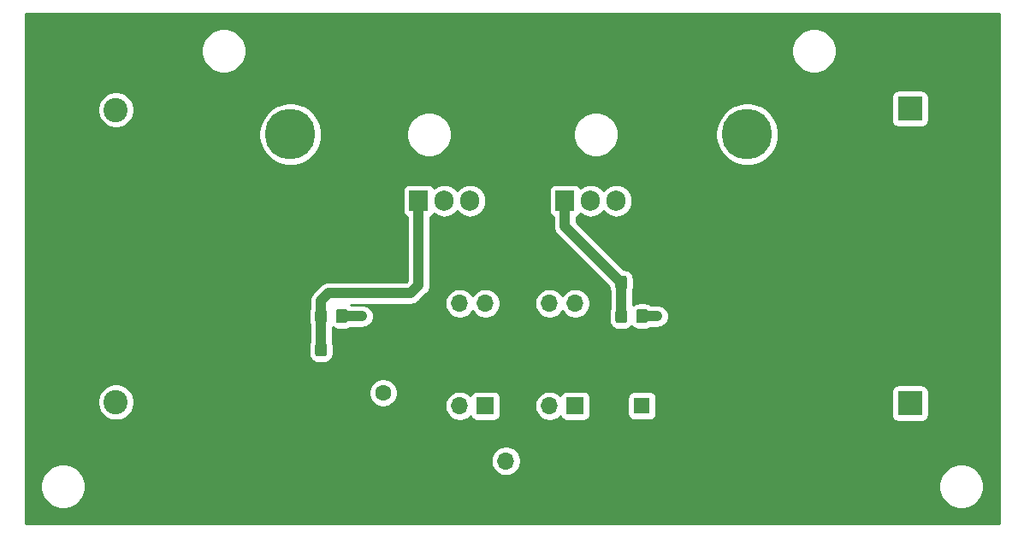
<source format=gbr>
G04 #@! TF.GenerationSoftware,KiCad,Pcbnew,(5.1.6-0-10_14)*
G04 #@! TF.CreationDate,2020-09-28T00:01:53+01:00*
G04 #@! TF.ProjectId,AdjustablePSU,41646a75-7374-4616-926c-655053552e6b,rev?*
G04 #@! TF.SameCoordinates,Original*
G04 #@! TF.FileFunction,Copper,L2,Bot*
G04 #@! TF.FilePolarity,Positive*
%FSLAX46Y46*%
G04 Gerber Fmt 4.6, Leading zero omitted, Abs format (unit mm)*
G04 Created by KiCad (PCBNEW (5.1.6-0-10_14)) date 2020-09-28 00:01:53*
%MOMM*%
%LPD*%
G01*
G04 APERTURE LIST*
G04 #@! TA.AperFunction,ComponentPad*
%ADD10C,2.400000*%
G04 #@! TD*
G04 #@! TA.AperFunction,ComponentPad*
%ADD11R,2.400000X2.400000*%
G04 #@! TD*
G04 #@! TA.AperFunction,ComponentPad*
%ADD12C,5.001260*%
G04 #@! TD*
G04 #@! TA.AperFunction,ComponentPad*
%ADD13R,1.700000X1.700000*%
G04 #@! TD*
G04 #@! TA.AperFunction,ComponentPad*
%ADD14O,1.700000X1.700000*%
G04 #@! TD*
G04 #@! TA.AperFunction,ComponentPad*
%ADD15R,1.600000X1.600000*%
G04 #@! TD*
G04 #@! TA.AperFunction,ComponentPad*
%ADD16C,1.600000*%
G04 #@! TD*
G04 #@! TA.AperFunction,ComponentPad*
%ADD17O,1.905000X2.000000*%
G04 #@! TD*
G04 #@! TA.AperFunction,ComponentPad*
%ADD18R,1.905000X2.000000*%
G04 #@! TD*
G04 #@! TA.AperFunction,ViaPad*
%ADD19C,0.800000*%
G04 #@! TD*
G04 #@! TA.AperFunction,Conductor*
%ADD20C,1.000000*%
G04 #@! TD*
G04 #@! TA.AperFunction,Conductor*
%ADD21C,0.254000*%
G04 #@! TD*
G04 APERTURE END LIST*
D10*
X109982000Y-66160000D03*
D11*
X109982000Y-73660000D03*
D12*
X172466000Y-68580000D03*
X127254000Y-68580000D03*
D13*
X146558000Y-95504000D03*
D14*
X144018000Y-95504000D03*
X146558000Y-92964000D03*
X144018000Y-92964000D03*
X146558000Y-90424000D03*
X144018000Y-90424000D03*
X146558000Y-87884000D03*
X144018000Y-87884000D03*
X146558000Y-85344000D03*
X144018000Y-85344000D03*
D13*
X155448000Y-95504000D03*
D14*
X152908000Y-95504000D03*
X155448000Y-92964000D03*
X152908000Y-92964000D03*
X155448000Y-90424000D03*
X152908000Y-90424000D03*
X155448000Y-87884000D03*
X152908000Y-87884000D03*
X155448000Y-85344000D03*
X152908000Y-85344000D03*
D13*
X151130000Y-100965000D03*
D14*
X148590000Y-100965000D03*
D10*
X188595000Y-73540000D03*
D11*
X188595000Y-66040000D03*
X109982000Y-87630000D03*
D10*
X109982000Y-95130000D03*
D11*
X188595000Y-95250000D03*
D10*
X188595000Y-87750000D03*
D15*
X162052000Y-95504000D03*
D16*
X162052000Y-93004000D03*
X136438000Y-94234000D03*
D15*
X138938000Y-94234000D03*
G04 #@! TA.AperFunction,SMDPad,CuDef*
G36*
G01*
X160586000Y-86163999D02*
X160586000Y-87064001D01*
G75*
G02*
X160336001Y-87314000I-249999J0D01*
G01*
X159685999Y-87314000D01*
G75*
G02*
X159436000Y-87064001I0J249999D01*
G01*
X159436000Y-86163999D01*
G75*
G02*
X159685999Y-85914000I249999J0D01*
G01*
X160336001Y-85914000D01*
G75*
G02*
X160586000Y-86163999I0J-249999D01*
G01*
G37*
G04 #@! TD.AperFunction*
G04 #@! TA.AperFunction,SMDPad,CuDef*
G36*
G01*
X162636000Y-86163999D02*
X162636000Y-87064001D01*
G75*
G02*
X162386001Y-87314000I-249999J0D01*
G01*
X161735999Y-87314000D01*
G75*
G02*
X161486000Y-87064001I0J249999D01*
G01*
X161486000Y-86163999D01*
G75*
G02*
X161735999Y-85914000I249999J0D01*
G01*
X162386001Y-85914000D01*
G75*
G02*
X162636000Y-86163999I0J-249999D01*
G01*
G37*
G04 #@! TD.AperFunction*
G04 #@! TA.AperFunction,SMDPad,CuDef*
G36*
G01*
X159436000Y-83762001D02*
X159436000Y-82861999D01*
G75*
G02*
X159685999Y-82612000I249999J0D01*
G01*
X160336001Y-82612000D01*
G75*
G02*
X160586000Y-82861999I0J-249999D01*
G01*
X160586000Y-83762001D01*
G75*
G02*
X160336001Y-84012000I-249999J0D01*
G01*
X159685999Y-84012000D01*
G75*
G02*
X159436000Y-83762001I0J249999D01*
G01*
G37*
G04 #@! TD.AperFunction*
G04 #@! TA.AperFunction,SMDPad,CuDef*
G36*
G01*
X161486000Y-83762001D02*
X161486000Y-82861999D01*
G75*
G02*
X161735999Y-82612000I249999J0D01*
G01*
X162386001Y-82612000D01*
G75*
G02*
X162636000Y-82861999I0J-249999D01*
G01*
X162636000Y-83762001D01*
G75*
G02*
X162386001Y-84012000I-249999J0D01*
G01*
X161735999Y-84012000D01*
G75*
G02*
X161486000Y-83762001I0J249999D01*
G01*
G37*
G04 #@! TD.AperFunction*
G04 #@! TA.AperFunction,SMDPad,CuDef*
G36*
G01*
X130868000Y-86163999D02*
X130868000Y-87064001D01*
G75*
G02*
X130618001Y-87314000I-249999J0D01*
G01*
X129967999Y-87314000D01*
G75*
G02*
X129718000Y-87064001I0J249999D01*
G01*
X129718000Y-86163999D01*
G75*
G02*
X129967999Y-85914000I249999J0D01*
G01*
X130618001Y-85914000D01*
G75*
G02*
X130868000Y-86163999I0J-249999D01*
G01*
G37*
G04 #@! TD.AperFunction*
G04 #@! TA.AperFunction,SMDPad,CuDef*
G36*
G01*
X132918000Y-86163999D02*
X132918000Y-87064001D01*
G75*
G02*
X132668001Y-87314000I-249999J0D01*
G01*
X132017999Y-87314000D01*
G75*
G02*
X131768000Y-87064001I0J249999D01*
G01*
X131768000Y-86163999D01*
G75*
G02*
X132017999Y-85914000I249999J0D01*
G01*
X132668001Y-85914000D01*
G75*
G02*
X132918000Y-86163999I0J-249999D01*
G01*
G37*
G04 #@! TD.AperFunction*
G04 #@! TA.AperFunction,SMDPad,CuDef*
G36*
G01*
X129718000Y-90366001D02*
X129718000Y-89465999D01*
G75*
G02*
X129967999Y-89216000I249999J0D01*
G01*
X130618001Y-89216000D01*
G75*
G02*
X130868000Y-89465999I0J-249999D01*
G01*
X130868000Y-90366001D01*
G75*
G02*
X130618001Y-90616000I-249999J0D01*
G01*
X129967999Y-90616000D01*
G75*
G02*
X129718000Y-90366001I0J249999D01*
G01*
G37*
G04 #@! TD.AperFunction*
G04 #@! TA.AperFunction,SMDPad,CuDef*
G36*
G01*
X131768000Y-90366001D02*
X131768000Y-89465999D01*
G75*
G02*
X132017999Y-89216000I249999J0D01*
G01*
X132668001Y-89216000D01*
G75*
G02*
X132918000Y-89465999I0J-249999D01*
G01*
X132918000Y-90366001D01*
G75*
G02*
X132668001Y-90616000I-249999J0D01*
G01*
X132017999Y-90616000D01*
G75*
G02*
X131768000Y-90366001I0J249999D01*
G01*
G37*
G04 #@! TD.AperFunction*
D17*
X159512000Y-75184000D03*
X156972000Y-75184000D03*
D18*
X154432000Y-75184000D03*
X139954000Y-75184000D03*
D17*
X142494000Y-75184000D03*
X145034000Y-75184000D03*
D19*
X178308000Y-99568000D03*
X177800000Y-94488000D03*
X171704000Y-86614000D03*
X122682000Y-86614000D03*
X121242000Y-94488000D03*
X121158000Y-99568000D03*
X140208000Y-86614000D03*
X134366000Y-86614000D03*
X163576000Y-86614000D03*
D20*
X134366000Y-86614000D02*
X132343000Y-86614000D01*
X162061000Y-86614000D02*
X163576000Y-86614000D01*
X160011000Y-83321000D02*
X160020000Y-83312000D01*
X160011000Y-86614000D02*
X160011000Y-83321000D01*
X154432000Y-77733000D02*
X160011000Y-83312000D01*
X154432000Y-75184000D02*
X154432000Y-77733000D01*
X130293000Y-87893008D02*
X130293000Y-89916000D01*
X139192000Y-84328000D02*
X131064000Y-84328000D01*
X130293000Y-85099000D02*
X130293000Y-87893008D01*
X131064000Y-84328000D02*
X130293000Y-85099000D01*
X139954000Y-83566000D02*
X139192000Y-84328000D01*
X139954000Y-75184000D02*
X139954000Y-83566000D01*
D21*
G36*
X197385001Y-107215000D02*
G01*
X101065000Y-107215000D01*
X101065000Y-103284872D01*
X102540000Y-103284872D01*
X102540000Y-103725128D01*
X102625890Y-104156925D01*
X102794369Y-104563669D01*
X103038962Y-104929729D01*
X103350271Y-105241038D01*
X103716331Y-105485631D01*
X104123075Y-105654110D01*
X104554872Y-105740000D01*
X104995128Y-105740000D01*
X105426925Y-105654110D01*
X105833669Y-105485631D01*
X106199729Y-105241038D01*
X106511038Y-104929729D01*
X106755631Y-104563669D01*
X106924110Y-104156925D01*
X107010000Y-103725128D01*
X107010000Y-103284872D01*
X191440000Y-103284872D01*
X191440000Y-103725128D01*
X191525890Y-104156925D01*
X191694369Y-104563669D01*
X191938962Y-104929729D01*
X192250271Y-105241038D01*
X192616331Y-105485631D01*
X193023075Y-105654110D01*
X193454872Y-105740000D01*
X193895128Y-105740000D01*
X194326925Y-105654110D01*
X194733669Y-105485631D01*
X195099729Y-105241038D01*
X195411038Y-104929729D01*
X195655631Y-104563669D01*
X195824110Y-104156925D01*
X195910000Y-103725128D01*
X195910000Y-103284872D01*
X195824110Y-102853075D01*
X195655631Y-102446331D01*
X195411038Y-102080271D01*
X195099729Y-101768962D01*
X194733669Y-101524369D01*
X194326925Y-101355890D01*
X193895128Y-101270000D01*
X193454872Y-101270000D01*
X193023075Y-101355890D01*
X192616331Y-101524369D01*
X192250271Y-101768962D01*
X191938962Y-102080271D01*
X191694369Y-102446331D01*
X191525890Y-102853075D01*
X191440000Y-103284872D01*
X107010000Y-103284872D01*
X106924110Y-102853075D01*
X106755631Y-102446331D01*
X106511038Y-102080271D01*
X106199729Y-101768962D01*
X105833669Y-101524369D01*
X105426925Y-101355890D01*
X104995128Y-101270000D01*
X104554872Y-101270000D01*
X104123075Y-101355890D01*
X103716331Y-101524369D01*
X103350271Y-101768962D01*
X103038962Y-102080271D01*
X102794369Y-102446331D01*
X102625890Y-102853075D01*
X102540000Y-103284872D01*
X101065000Y-103284872D01*
X101065000Y-100818740D01*
X147105000Y-100818740D01*
X147105000Y-101111260D01*
X147162068Y-101398158D01*
X147274010Y-101668411D01*
X147436525Y-101911632D01*
X147643368Y-102118475D01*
X147886589Y-102280990D01*
X148156842Y-102392932D01*
X148443740Y-102450000D01*
X148736260Y-102450000D01*
X149023158Y-102392932D01*
X149293411Y-102280990D01*
X149536632Y-102118475D01*
X149743475Y-101911632D01*
X149905990Y-101668411D01*
X150017932Y-101398158D01*
X150075000Y-101111260D01*
X150075000Y-100818740D01*
X150017932Y-100531842D01*
X149905990Y-100261589D01*
X149743475Y-100018368D01*
X149536632Y-99811525D01*
X149293411Y-99649010D01*
X149023158Y-99537068D01*
X148736260Y-99480000D01*
X148443740Y-99480000D01*
X148156842Y-99537068D01*
X147886589Y-99649010D01*
X147643368Y-99811525D01*
X147436525Y-100018368D01*
X147274010Y-100261589D01*
X147162068Y-100531842D01*
X147105000Y-100818740D01*
X101065000Y-100818740D01*
X101065000Y-94949268D01*
X108147000Y-94949268D01*
X108147000Y-95310732D01*
X108217518Y-95665250D01*
X108355844Y-95999199D01*
X108556662Y-96299744D01*
X108812256Y-96555338D01*
X109112801Y-96756156D01*
X109446750Y-96894482D01*
X109801268Y-96965000D01*
X110162732Y-96965000D01*
X110517250Y-96894482D01*
X110851199Y-96756156D01*
X111151744Y-96555338D01*
X111407338Y-96299744D01*
X111608156Y-95999199D01*
X111746482Y-95665250D01*
X111817000Y-95310732D01*
X111817000Y-94949268D01*
X111746482Y-94594750D01*
X111608156Y-94260801D01*
X111495811Y-94092665D01*
X135003000Y-94092665D01*
X135003000Y-94375335D01*
X135058147Y-94652574D01*
X135166320Y-94913727D01*
X135323363Y-95148759D01*
X135523241Y-95348637D01*
X135758273Y-95505680D01*
X136019426Y-95613853D01*
X136296665Y-95669000D01*
X136579335Y-95669000D01*
X136856574Y-95613853D01*
X137117727Y-95505680D01*
X137339135Y-95357740D01*
X142533000Y-95357740D01*
X142533000Y-95650260D01*
X142590068Y-95937158D01*
X142702010Y-96207411D01*
X142864525Y-96450632D01*
X143071368Y-96657475D01*
X143314589Y-96819990D01*
X143584842Y-96931932D01*
X143871740Y-96989000D01*
X144164260Y-96989000D01*
X144451158Y-96931932D01*
X144721411Y-96819990D01*
X144964632Y-96657475D01*
X145096487Y-96525620D01*
X145118498Y-96598180D01*
X145177463Y-96708494D01*
X145256815Y-96805185D01*
X145353506Y-96884537D01*
X145463820Y-96943502D01*
X145583518Y-96979812D01*
X145708000Y-96992072D01*
X147408000Y-96992072D01*
X147532482Y-96979812D01*
X147652180Y-96943502D01*
X147762494Y-96884537D01*
X147859185Y-96805185D01*
X147938537Y-96708494D01*
X147997502Y-96598180D01*
X148033812Y-96478482D01*
X148046072Y-96354000D01*
X148046072Y-95357740D01*
X151423000Y-95357740D01*
X151423000Y-95650260D01*
X151480068Y-95937158D01*
X151592010Y-96207411D01*
X151754525Y-96450632D01*
X151961368Y-96657475D01*
X152204589Y-96819990D01*
X152474842Y-96931932D01*
X152761740Y-96989000D01*
X153054260Y-96989000D01*
X153341158Y-96931932D01*
X153611411Y-96819990D01*
X153854632Y-96657475D01*
X153986487Y-96525620D01*
X154008498Y-96598180D01*
X154067463Y-96708494D01*
X154146815Y-96805185D01*
X154243506Y-96884537D01*
X154353820Y-96943502D01*
X154473518Y-96979812D01*
X154598000Y-96992072D01*
X156298000Y-96992072D01*
X156422482Y-96979812D01*
X156542180Y-96943502D01*
X156652494Y-96884537D01*
X156749185Y-96805185D01*
X156828537Y-96708494D01*
X156887502Y-96598180D01*
X156923812Y-96478482D01*
X156936072Y-96354000D01*
X156936072Y-94704000D01*
X160613928Y-94704000D01*
X160613928Y-96304000D01*
X160626188Y-96428482D01*
X160662498Y-96548180D01*
X160721463Y-96658494D01*
X160800815Y-96755185D01*
X160897506Y-96834537D01*
X161007820Y-96893502D01*
X161127518Y-96929812D01*
X161252000Y-96942072D01*
X162852000Y-96942072D01*
X162976482Y-96929812D01*
X163096180Y-96893502D01*
X163206494Y-96834537D01*
X163303185Y-96755185D01*
X163382537Y-96658494D01*
X163441502Y-96548180D01*
X163477812Y-96428482D01*
X163490072Y-96304000D01*
X163490072Y-94704000D01*
X163477812Y-94579518D01*
X163441502Y-94459820D01*
X163382537Y-94349506D01*
X163303185Y-94252815D01*
X163206494Y-94173463D01*
X163096180Y-94114498D01*
X162976482Y-94078188D01*
X162852000Y-94065928D01*
X161252000Y-94065928D01*
X161127518Y-94078188D01*
X161007820Y-94114498D01*
X160897506Y-94173463D01*
X160800815Y-94252815D01*
X160721463Y-94349506D01*
X160662498Y-94459820D01*
X160626188Y-94579518D01*
X160613928Y-94704000D01*
X156936072Y-94704000D01*
X156936072Y-94654000D01*
X156923812Y-94529518D01*
X156887502Y-94409820D01*
X156828537Y-94299506D01*
X156749185Y-94202815D01*
X156652494Y-94123463D01*
X156542180Y-94064498D01*
X156494387Y-94050000D01*
X186756928Y-94050000D01*
X186756928Y-96450000D01*
X186769188Y-96574482D01*
X186805498Y-96694180D01*
X186864463Y-96804494D01*
X186943815Y-96901185D01*
X187040506Y-96980537D01*
X187150820Y-97039502D01*
X187270518Y-97075812D01*
X187395000Y-97088072D01*
X189795000Y-97088072D01*
X189919482Y-97075812D01*
X190039180Y-97039502D01*
X190149494Y-96980537D01*
X190246185Y-96901185D01*
X190325537Y-96804494D01*
X190384502Y-96694180D01*
X190420812Y-96574482D01*
X190433072Y-96450000D01*
X190433072Y-94050000D01*
X190420812Y-93925518D01*
X190384502Y-93805820D01*
X190325537Y-93695506D01*
X190246185Y-93598815D01*
X190149494Y-93519463D01*
X190039180Y-93460498D01*
X189919482Y-93424188D01*
X189795000Y-93411928D01*
X187395000Y-93411928D01*
X187270518Y-93424188D01*
X187150820Y-93460498D01*
X187040506Y-93519463D01*
X186943815Y-93598815D01*
X186864463Y-93695506D01*
X186805498Y-93805820D01*
X186769188Y-93925518D01*
X186756928Y-94050000D01*
X156494387Y-94050000D01*
X156422482Y-94028188D01*
X156298000Y-94015928D01*
X154598000Y-94015928D01*
X154473518Y-94028188D01*
X154353820Y-94064498D01*
X154243506Y-94123463D01*
X154146815Y-94202815D01*
X154067463Y-94299506D01*
X154008498Y-94409820D01*
X153986487Y-94482380D01*
X153854632Y-94350525D01*
X153611411Y-94188010D01*
X153341158Y-94076068D01*
X153054260Y-94019000D01*
X152761740Y-94019000D01*
X152474842Y-94076068D01*
X152204589Y-94188010D01*
X151961368Y-94350525D01*
X151754525Y-94557368D01*
X151592010Y-94800589D01*
X151480068Y-95070842D01*
X151423000Y-95357740D01*
X148046072Y-95357740D01*
X148046072Y-94654000D01*
X148033812Y-94529518D01*
X147997502Y-94409820D01*
X147938537Y-94299506D01*
X147859185Y-94202815D01*
X147762494Y-94123463D01*
X147652180Y-94064498D01*
X147532482Y-94028188D01*
X147408000Y-94015928D01*
X145708000Y-94015928D01*
X145583518Y-94028188D01*
X145463820Y-94064498D01*
X145353506Y-94123463D01*
X145256815Y-94202815D01*
X145177463Y-94299506D01*
X145118498Y-94409820D01*
X145096487Y-94482380D01*
X144964632Y-94350525D01*
X144721411Y-94188010D01*
X144451158Y-94076068D01*
X144164260Y-94019000D01*
X143871740Y-94019000D01*
X143584842Y-94076068D01*
X143314589Y-94188010D01*
X143071368Y-94350525D01*
X142864525Y-94557368D01*
X142702010Y-94800589D01*
X142590068Y-95070842D01*
X142533000Y-95357740D01*
X137339135Y-95357740D01*
X137352759Y-95348637D01*
X137552637Y-95148759D01*
X137709680Y-94913727D01*
X137817853Y-94652574D01*
X137873000Y-94375335D01*
X137873000Y-94092665D01*
X137817853Y-93815426D01*
X137709680Y-93554273D01*
X137552637Y-93319241D01*
X137352759Y-93119363D01*
X137117727Y-92962320D01*
X136856574Y-92854147D01*
X136579335Y-92799000D01*
X136296665Y-92799000D01*
X136019426Y-92854147D01*
X135758273Y-92962320D01*
X135523241Y-93119363D01*
X135323363Y-93319241D01*
X135166320Y-93554273D01*
X135058147Y-93815426D01*
X135003000Y-94092665D01*
X111495811Y-94092665D01*
X111407338Y-93960256D01*
X111151744Y-93704662D01*
X110851199Y-93503844D01*
X110517250Y-93365518D01*
X110162732Y-93295000D01*
X109801268Y-93295000D01*
X109446750Y-93365518D01*
X109112801Y-93503844D01*
X108812256Y-93704662D01*
X108556662Y-93960256D01*
X108355844Y-94260801D01*
X108217518Y-94594750D01*
X108147000Y-94949268D01*
X101065000Y-94949268D01*
X101065000Y-86163999D01*
X129079928Y-86163999D01*
X129079928Y-87064001D01*
X129096992Y-87237255D01*
X129147528Y-87403851D01*
X129158001Y-87423444D01*
X129158001Y-87837247D01*
X129158000Y-87837257D01*
X129158001Y-89106556D01*
X129147528Y-89126149D01*
X129096992Y-89292745D01*
X129079928Y-89465999D01*
X129079928Y-90366001D01*
X129096992Y-90539255D01*
X129147528Y-90705851D01*
X129229595Y-90859387D01*
X129340038Y-90993962D01*
X129474613Y-91104405D01*
X129628149Y-91186472D01*
X129794745Y-91237008D01*
X129967999Y-91254072D01*
X130618001Y-91254072D01*
X130791255Y-91237008D01*
X130957851Y-91186472D01*
X131111387Y-91104405D01*
X131245962Y-90993962D01*
X131356405Y-90859387D01*
X131438472Y-90705851D01*
X131489008Y-90539255D01*
X131506072Y-90366001D01*
X131506072Y-89465999D01*
X131489008Y-89292745D01*
X131438472Y-89126149D01*
X131428000Y-89106557D01*
X131428000Y-87723117D01*
X131524613Y-87802405D01*
X131678149Y-87884472D01*
X131844745Y-87935008D01*
X132017999Y-87952072D01*
X132668001Y-87952072D01*
X132841255Y-87935008D01*
X133007851Y-87884472D01*
X133161387Y-87802405D01*
X133226461Y-87749000D01*
X134421752Y-87749000D01*
X134588499Y-87732577D01*
X134802447Y-87667676D01*
X134999623Y-87562284D01*
X135172449Y-87420449D01*
X135314284Y-87247623D01*
X135419676Y-87050447D01*
X135484577Y-86836499D01*
X135506491Y-86614000D01*
X135484577Y-86391501D01*
X135419676Y-86177553D01*
X135314284Y-85980377D01*
X135172449Y-85807551D01*
X134999623Y-85665716D01*
X134802447Y-85560324D01*
X134588499Y-85495423D01*
X134421752Y-85479000D01*
X133226461Y-85479000D01*
X133206965Y-85463000D01*
X139136249Y-85463000D01*
X139192000Y-85468491D01*
X139247751Y-85463000D01*
X139247752Y-85463000D01*
X139414499Y-85446577D01*
X139628447Y-85381676D01*
X139825623Y-85276284D01*
X139921328Y-85197740D01*
X142533000Y-85197740D01*
X142533000Y-85490260D01*
X142590068Y-85777158D01*
X142702010Y-86047411D01*
X142864525Y-86290632D01*
X143071368Y-86497475D01*
X143314589Y-86659990D01*
X143584842Y-86771932D01*
X143871740Y-86829000D01*
X144164260Y-86829000D01*
X144451158Y-86771932D01*
X144721411Y-86659990D01*
X144964632Y-86497475D01*
X145171475Y-86290632D01*
X145288000Y-86116240D01*
X145404525Y-86290632D01*
X145611368Y-86497475D01*
X145854589Y-86659990D01*
X146124842Y-86771932D01*
X146411740Y-86829000D01*
X146704260Y-86829000D01*
X146991158Y-86771932D01*
X147261411Y-86659990D01*
X147504632Y-86497475D01*
X147711475Y-86290632D01*
X147873990Y-86047411D01*
X147985932Y-85777158D01*
X148043000Y-85490260D01*
X148043000Y-85197740D01*
X151423000Y-85197740D01*
X151423000Y-85490260D01*
X151480068Y-85777158D01*
X151592010Y-86047411D01*
X151754525Y-86290632D01*
X151961368Y-86497475D01*
X152204589Y-86659990D01*
X152474842Y-86771932D01*
X152761740Y-86829000D01*
X153054260Y-86829000D01*
X153341158Y-86771932D01*
X153611411Y-86659990D01*
X153854632Y-86497475D01*
X154061475Y-86290632D01*
X154178000Y-86116240D01*
X154294525Y-86290632D01*
X154501368Y-86497475D01*
X154744589Y-86659990D01*
X155014842Y-86771932D01*
X155301740Y-86829000D01*
X155594260Y-86829000D01*
X155881158Y-86771932D01*
X156151411Y-86659990D01*
X156394632Y-86497475D01*
X156601475Y-86290632D01*
X156763990Y-86047411D01*
X156875932Y-85777158D01*
X156933000Y-85490260D01*
X156933000Y-85197740D01*
X156875932Y-84910842D01*
X156763990Y-84640589D01*
X156601475Y-84397368D01*
X156394632Y-84190525D01*
X156151411Y-84028010D01*
X155881158Y-83916068D01*
X155594260Y-83859000D01*
X155301740Y-83859000D01*
X155014842Y-83916068D01*
X154744589Y-84028010D01*
X154501368Y-84190525D01*
X154294525Y-84397368D01*
X154178000Y-84571760D01*
X154061475Y-84397368D01*
X153854632Y-84190525D01*
X153611411Y-84028010D01*
X153341158Y-83916068D01*
X153054260Y-83859000D01*
X152761740Y-83859000D01*
X152474842Y-83916068D01*
X152204589Y-84028010D01*
X151961368Y-84190525D01*
X151754525Y-84397368D01*
X151592010Y-84640589D01*
X151480068Y-84910842D01*
X151423000Y-85197740D01*
X148043000Y-85197740D01*
X147985932Y-84910842D01*
X147873990Y-84640589D01*
X147711475Y-84397368D01*
X147504632Y-84190525D01*
X147261411Y-84028010D01*
X146991158Y-83916068D01*
X146704260Y-83859000D01*
X146411740Y-83859000D01*
X146124842Y-83916068D01*
X145854589Y-84028010D01*
X145611368Y-84190525D01*
X145404525Y-84397368D01*
X145288000Y-84571760D01*
X145171475Y-84397368D01*
X144964632Y-84190525D01*
X144721411Y-84028010D01*
X144451158Y-83916068D01*
X144164260Y-83859000D01*
X143871740Y-83859000D01*
X143584842Y-83916068D01*
X143314589Y-84028010D01*
X143071368Y-84190525D01*
X142864525Y-84397368D01*
X142702010Y-84640589D01*
X142590068Y-84910842D01*
X142533000Y-85197740D01*
X139921328Y-85197740D01*
X139998449Y-85134449D01*
X140033995Y-85091136D01*
X140717140Y-84407992D01*
X140760449Y-84372449D01*
X140902284Y-84199623D01*
X141007676Y-84002447D01*
X141072577Y-83788499D01*
X141089000Y-83621752D01*
X141094491Y-83566000D01*
X141089000Y-83510248D01*
X141089000Y-76792212D01*
X141150680Y-76773502D01*
X141260994Y-76714537D01*
X141357685Y-76635185D01*
X141437037Y-76538494D01*
X141481905Y-76454553D01*
X141607766Y-76557845D01*
X141883552Y-76705255D01*
X142182797Y-76796030D01*
X142494000Y-76826681D01*
X142805204Y-76796030D01*
X143104449Y-76705255D01*
X143380235Y-76557845D01*
X143621963Y-76359463D01*
X143764000Y-76186391D01*
X143906037Y-76359463D01*
X144147766Y-76557845D01*
X144423552Y-76705255D01*
X144722797Y-76796030D01*
X145034000Y-76826681D01*
X145345204Y-76796030D01*
X145644449Y-76705255D01*
X145920235Y-76557845D01*
X146161963Y-76359463D01*
X146360345Y-76117734D01*
X146507755Y-75841948D01*
X146598530Y-75542703D01*
X146621500Y-75309485D01*
X146621500Y-75058514D01*
X146598530Y-74825296D01*
X146507755Y-74526051D01*
X146360345Y-74250265D01*
X146305963Y-74184000D01*
X152841428Y-74184000D01*
X152841428Y-76184000D01*
X152853688Y-76308482D01*
X152889998Y-76428180D01*
X152948963Y-76538494D01*
X153028315Y-76635185D01*
X153125006Y-76714537D01*
X153235320Y-76773502D01*
X153297001Y-76792213D01*
X153297001Y-77677239D01*
X153291509Y-77733000D01*
X153313423Y-77955498D01*
X153378324Y-78169446D01*
X153378325Y-78169447D01*
X153483717Y-78366623D01*
X153625552Y-78539449D01*
X153668860Y-78574991D01*
X158797928Y-83704060D01*
X158797928Y-83762001D01*
X158814992Y-83935255D01*
X158865528Y-84101851D01*
X158876001Y-84121444D01*
X158876000Y-85804557D01*
X158865528Y-85824149D01*
X158814992Y-85990745D01*
X158797928Y-86163999D01*
X158797928Y-87064001D01*
X158814992Y-87237255D01*
X158865528Y-87403851D01*
X158947595Y-87557387D01*
X159058038Y-87691962D01*
X159192613Y-87802405D01*
X159346149Y-87884472D01*
X159512745Y-87935008D01*
X159685999Y-87952072D01*
X160336001Y-87952072D01*
X160509255Y-87935008D01*
X160675851Y-87884472D01*
X160829387Y-87802405D01*
X160963962Y-87691962D01*
X161036000Y-87604184D01*
X161108038Y-87691962D01*
X161242613Y-87802405D01*
X161396149Y-87884472D01*
X161562745Y-87935008D01*
X161735999Y-87952072D01*
X162386001Y-87952072D01*
X162559255Y-87935008D01*
X162725851Y-87884472D01*
X162879387Y-87802405D01*
X162944461Y-87749000D01*
X163631752Y-87749000D01*
X163798499Y-87732577D01*
X164012447Y-87667676D01*
X164209623Y-87562284D01*
X164382449Y-87420449D01*
X164524284Y-87247623D01*
X164629676Y-87050447D01*
X164694577Y-86836499D01*
X164716491Y-86614000D01*
X164694577Y-86391501D01*
X164629676Y-86177553D01*
X164524284Y-85980377D01*
X164382449Y-85807551D01*
X164209623Y-85665716D01*
X164012447Y-85560324D01*
X163798499Y-85495423D01*
X163631752Y-85479000D01*
X162944461Y-85479000D01*
X162879387Y-85425595D01*
X162725851Y-85343528D01*
X162559255Y-85292992D01*
X162386001Y-85275928D01*
X161735999Y-85275928D01*
X161562745Y-85292992D01*
X161396149Y-85343528D01*
X161242613Y-85425595D01*
X161146000Y-85504883D01*
X161146000Y-84121443D01*
X161156472Y-84101851D01*
X161207008Y-83935255D01*
X161224072Y-83762001D01*
X161224072Y-82861999D01*
X161207008Y-82688745D01*
X161156472Y-82522149D01*
X161074405Y-82368613D01*
X160963962Y-82234038D01*
X160829387Y-82123595D01*
X160675851Y-82041528D01*
X160509255Y-81990992D01*
X160336001Y-81973928D01*
X160278060Y-81973928D01*
X155567000Y-77262869D01*
X155567000Y-76792212D01*
X155628680Y-76773502D01*
X155738994Y-76714537D01*
X155835685Y-76635185D01*
X155915037Y-76538494D01*
X155959905Y-76454553D01*
X156085766Y-76557845D01*
X156361552Y-76705255D01*
X156660797Y-76796030D01*
X156972000Y-76826681D01*
X157283204Y-76796030D01*
X157582449Y-76705255D01*
X157858235Y-76557845D01*
X158099963Y-76359463D01*
X158242000Y-76186391D01*
X158384037Y-76359463D01*
X158625766Y-76557845D01*
X158901552Y-76705255D01*
X159200797Y-76796030D01*
X159512000Y-76826681D01*
X159823204Y-76796030D01*
X160122449Y-76705255D01*
X160398235Y-76557845D01*
X160639963Y-76359463D01*
X160838345Y-76117734D01*
X160985755Y-75841948D01*
X161076530Y-75542703D01*
X161099500Y-75309485D01*
X161099500Y-75058514D01*
X161076530Y-74825296D01*
X160985755Y-74526051D01*
X160838345Y-74250265D01*
X160639963Y-74008537D01*
X160398234Y-73810155D01*
X160122448Y-73662745D01*
X159823203Y-73571970D01*
X159512000Y-73541319D01*
X159200796Y-73571970D01*
X158901551Y-73662745D01*
X158625765Y-73810155D01*
X158384037Y-74008537D01*
X158242000Y-74181609D01*
X158099963Y-74008537D01*
X157858234Y-73810155D01*
X157582448Y-73662745D01*
X157283203Y-73571970D01*
X156972000Y-73541319D01*
X156660796Y-73571970D01*
X156361551Y-73662745D01*
X156085765Y-73810155D01*
X155959905Y-73913446D01*
X155915037Y-73829506D01*
X155835685Y-73732815D01*
X155738994Y-73653463D01*
X155628680Y-73594498D01*
X155508982Y-73558188D01*
X155384500Y-73545928D01*
X153479500Y-73545928D01*
X153355018Y-73558188D01*
X153235320Y-73594498D01*
X153125006Y-73653463D01*
X153028315Y-73732815D01*
X152948963Y-73829506D01*
X152889998Y-73939820D01*
X152853688Y-74059518D01*
X152841428Y-74184000D01*
X146305963Y-74184000D01*
X146161963Y-74008537D01*
X145920234Y-73810155D01*
X145644448Y-73662745D01*
X145345203Y-73571970D01*
X145034000Y-73541319D01*
X144722796Y-73571970D01*
X144423551Y-73662745D01*
X144147765Y-73810155D01*
X143906037Y-74008537D01*
X143764000Y-74181609D01*
X143621963Y-74008537D01*
X143380234Y-73810155D01*
X143104448Y-73662745D01*
X142805203Y-73571970D01*
X142494000Y-73541319D01*
X142182796Y-73571970D01*
X141883551Y-73662745D01*
X141607765Y-73810155D01*
X141481905Y-73913446D01*
X141437037Y-73829506D01*
X141357685Y-73732815D01*
X141260994Y-73653463D01*
X141150680Y-73594498D01*
X141030982Y-73558188D01*
X140906500Y-73545928D01*
X139001500Y-73545928D01*
X138877018Y-73558188D01*
X138757320Y-73594498D01*
X138647006Y-73653463D01*
X138550315Y-73732815D01*
X138470963Y-73829506D01*
X138411998Y-73939820D01*
X138375688Y-74059518D01*
X138363428Y-74184000D01*
X138363428Y-76184000D01*
X138375688Y-76308482D01*
X138411998Y-76428180D01*
X138470963Y-76538494D01*
X138550315Y-76635185D01*
X138647006Y-76714537D01*
X138757320Y-76773502D01*
X138819000Y-76792212D01*
X138819001Y-83095868D01*
X138721869Y-83193000D01*
X131119752Y-83193000D01*
X131064000Y-83187509D01*
X130841501Y-83209423D01*
X130627553Y-83274324D01*
X130430377Y-83379716D01*
X130300856Y-83486011D01*
X130300854Y-83486013D01*
X130257551Y-83521551D01*
X130222012Y-83564855D01*
X129529864Y-84257005D01*
X129486551Y-84292551D01*
X129344716Y-84465377D01*
X129245996Y-84650072D01*
X129239324Y-84662554D01*
X129174423Y-84876502D01*
X129152509Y-85099000D01*
X129158000Y-85154752D01*
X129158000Y-85804557D01*
X129147528Y-85824149D01*
X129096992Y-85990745D01*
X129079928Y-86163999D01*
X101065000Y-86163999D01*
X101065000Y-68271167D01*
X124118370Y-68271167D01*
X124118370Y-68888833D01*
X124238870Y-69494630D01*
X124475241Y-70065278D01*
X124818397Y-70578848D01*
X125255152Y-71015603D01*
X125768722Y-71358759D01*
X126339370Y-71595130D01*
X126945167Y-71715630D01*
X127562833Y-71715630D01*
X128168630Y-71595130D01*
X128739278Y-71358759D01*
X129252848Y-71015603D01*
X129689603Y-70578848D01*
X130032759Y-70065278D01*
X130269130Y-69494630D01*
X130389630Y-68888833D01*
X130389630Y-68359872D01*
X138735000Y-68359872D01*
X138735000Y-68800128D01*
X138820890Y-69231925D01*
X138989369Y-69638669D01*
X139233962Y-70004729D01*
X139545271Y-70316038D01*
X139911331Y-70560631D01*
X140318075Y-70729110D01*
X140749872Y-70815000D01*
X141190128Y-70815000D01*
X141621925Y-70729110D01*
X142028669Y-70560631D01*
X142394729Y-70316038D01*
X142706038Y-70004729D01*
X142950631Y-69638669D01*
X143119110Y-69231925D01*
X143205000Y-68800128D01*
X143205000Y-68359872D01*
X155245000Y-68359872D01*
X155245000Y-68800128D01*
X155330890Y-69231925D01*
X155499369Y-69638669D01*
X155743962Y-70004729D01*
X156055271Y-70316038D01*
X156421331Y-70560631D01*
X156828075Y-70729110D01*
X157259872Y-70815000D01*
X157700128Y-70815000D01*
X158131925Y-70729110D01*
X158538669Y-70560631D01*
X158904729Y-70316038D01*
X159216038Y-70004729D01*
X159460631Y-69638669D01*
X159629110Y-69231925D01*
X159715000Y-68800128D01*
X159715000Y-68359872D01*
X159697356Y-68271167D01*
X169330370Y-68271167D01*
X169330370Y-68888833D01*
X169450870Y-69494630D01*
X169687241Y-70065278D01*
X170030397Y-70578848D01*
X170467152Y-71015603D01*
X170980722Y-71358759D01*
X171551370Y-71595130D01*
X172157167Y-71715630D01*
X172774833Y-71715630D01*
X173380630Y-71595130D01*
X173951278Y-71358759D01*
X174464848Y-71015603D01*
X174901603Y-70578848D01*
X175244759Y-70065278D01*
X175481130Y-69494630D01*
X175601630Y-68888833D01*
X175601630Y-68271167D01*
X175481130Y-67665370D01*
X175244759Y-67094722D01*
X174901603Y-66581152D01*
X174464848Y-66144397D01*
X173951278Y-65801241D01*
X173380630Y-65564870D01*
X172774833Y-65444370D01*
X172157167Y-65444370D01*
X171551370Y-65564870D01*
X170980722Y-65801241D01*
X170467152Y-66144397D01*
X170030397Y-66581152D01*
X169687241Y-67094722D01*
X169450870Y-67665370D01*
X169330370Y-68271167D01*
X159697356Y-68271167D01*
X159629110Y-67928075D01*
X159460631Y-67521331D01*
X159216038Y-67155271D01*
X158904729Y-66843962D01*
X158538669Y-66599369D01*
X158131925Y-66430890D01*
X157700128Y-66345000D01*
X157259872Y-66345000D01*
X156828075Y-66430890D01*
X156421331Y-66599369D01*
X156055271Y-66843962D01*
X155743962Y-67155271D01*
X155499369Y-67521331D01*
X155330890Y-67928075D01*
X155245000Y-68359872D01*
X143205000Y-68359872D01*
X143119110Y-67928075D01*
X142950631Y-67521331D01*
X142706038Y-67155271D01*
X142394729Y-66843962D01*
X142028669Y-66599369D01*
X141621925Y-66430890D01*
X141190128Y-66345000D01*
X140749872Y-66345000D01*
X140318075Y-66430890D01*
X139911331Y-66599369D01*
X139545271Y-66843962D01*
X139233962Y-67155271D01*
X138989369Y-67521331D01*
X138820890Y-67928075D01*
X138735000Y-68359872D01*
X130389630Y-68359872D01*
X130389630Y-68271167D01*
X130269130Y-67665370D01*
X130032759Y-67094722D01*
X129689603Y-66581152D01*
X129252848Y-66144397D01*
X128739278Y-65801241D01*
X128168630Y-65564870D01*
X127562833Y-65444370D01*
X126945167Y-65444370D01*
X126339370Y-65564870D01*
X125768722Y-65801241D01*
X125255152Y-66144397D01*
X124818397Y-66581152D01*
X124475241Y-67094722D01*
X124238870Y-67665370D01*
X124118370Y-68271167D01*
X101065000Y-68271167D01*
X101065000Y-65979268D01*
X108147000Y-65979268D01*
X108147000Y-66340732D01*
X108217518Y-66695250D01*
X108355844Y-67029199D01*
X108556662Y-67329744D01*
X108812256Y-67585338D01*
X109112801Y-67786156D01*
X109446750Y-67924482D01*
X109801268Y-67995000D01*
X110162732Y-67995000D01*
X110517250Y-67924482D01*
X110851199Y-67786156D01*
X111151744Y-67585338D01*
X111407338Y-67329744D01*
X111608156Y-67029199D01*
X111746482Y-66695250D01*
X111817000Y-66340732D01*
X111817000Y-65979268D01*
X111746482Y-65624750D01*
X111608156Y-65290801D01*
X111407338Y-64990256D01*
X111257082Y-64840000D01*
X186756928Y-64840000D01*
X186756928Y-67240000D01*
X186769188Y-67364482D01*
X186805498Y-67484180D01*
X186864463Y-67594494D01*
X186943815Y-67691185D01*
X187040506Y-67770537D01*
X187150820Y-67829502D01*
X187270518Y-67865812D01*
X187395000Y-67878072D01*
X189795000Y-67878072D01*
X189919482Y-67865812D01*
X190039180Y-67829502D01*
X190149494Y-67770537D01*
X190246185Y-67691185D01*
X190325537Y-67594494D01*
X190384502Y-67484180D01*
X190420812Y-67364482D01*
X190433072Y-67240000D01*
X190433072Y-64840000D01*
X190420812Y-64715518D01*
X190384502Y-64595820D01*
X190325537Y-64485506D01*
X190246185Y-64388815D01*
X190149494Y-64309463D01*
X190039180Y-64250498D01*
X189919482Y-64214188D01*
X189795000Y-64201928D01*
X187395000Y-64201928D01*
X187270518Y-64214188D01*
X187150820Y-64250498D01*
X187040506Y-64309463D01*
X186943815Y-64388815D01*
X186864463Y-64485506D01*
X186805498Y-64595820D01*
X186769188Y-64715518D01*
X186756928Y-64840000D01*
X111257082Y-64840000D01*
X111151744Y-64734662D01*
X110851199Y-64533844D01*
X110517250Y-64395518D01*
X110162732Y-64325000D01*
X109801268Y-64325000D01*
X109446750Y-64395518D01*
X109112801Y-64533844D01*
X108812256Y-64734662D01*
X108556662Y-64990256D01*
X108355844Y-65290801D01*
X108217518Y-65624750D01*
X108147000Y-65979268D01*
X101065000Y-65979268D01*
X101065000Y-60104872D01*
X118415000Y-60104872D01*
X118415000Y-60545128D01*
X118500890Y-60976925D01*
X118669369Y-61383669D01*
X118913962Y-61749729D01*
X119225271Y-62061038D01*
X119591331Y-62305631D01*
X119998075Y-62474110D01*
X120429872Y-62560000D01*
X120870128Y-62560000D01*
X121301925Y-62474110D01*
X121708669Y-62305631D01*
X122074729Y-62061038D01*
X122386038Y-61749729D01*
X122630631Y-61383669D01*
X122799110Y-60976925D01*
X122885000Y-60545128D01*
X122885000Y-60104872D01*
X176835000Y-60104872D01*
X176835000Y-60545128D01*
X176920890Y-60976925D01*
X177089369Y-61383669D01*
X177333962Y-61749729D01*
X177645271Y-62061038D01*
X178011331Y-62305631D01*
X178418075Y-62474110D01*
X178849872Y-62560000D01*
X179290128Y-62560000D01*
X179721925Y-62474110D01*
X180128669Y-62305631D01*
X180494729Y-62061038D01*
X180806038Y-61749729D01*
X181050631Y-61383669D01*
X181219110Y-60976925D01*
X181305000Y-60545128D01*
X181305000Y-60104872D01*
X181219110Y-59673075D01*
X181050631Y-59266331D01*
X180806038Y-58900271D01*
X180494729Y-58588962D01*
X180128669Y-58344369D01*
X179721925Y-58175890D01*
X179290128Y-58090000D01*
X178849872Y-58090000D01*
X178418075Y-58175890D01*
X178011331Y-58344369D01*
X177645271Y-58588962D01*
X177333962Y-58900271D01*
X177089369Y-59266331D01*
X176920890Y-59673075D01*
X176835000Y-60104872D01*
X122885000Y-60104872D01*
X122799110Y-59673075D01*
X122630631Y-59266331D01*
X122386038Y-58900271D01*
X122074729Y-58588962D01*
X121708669Y-58344369D01*
X121301925Y-58175890D01*
X120870128Y-58090000D01*
X120429872Y-58090000D01*
X119998075Y-58175890D01*
X119591331Y-58344369D01*
X119225271Y-58588962D01*
X118913962Y-58900271D01*
X118669369Y-59266331D01*
X118500890Y-59673075D01*
X118415000Y-60104872D01*
X101065000Y-60104872D01*
X101065000Y-56615000D01*
X197385000Y-56615000D01*
X197385001Y-107215000D01*
G37*
X197385001Y-107215000D02*
X101065000Y-107215000D01*
X101065000Y-103284872D01*
X102540000Y-103284872D01*
X102540000Y-103725128D01*
X102625890Y-104156925D01*
X102794369Y-104563669D01*
X103038962Y-104929729D01*
X103350271Y-105241038D01*
X103716331Y-105485631D01*
X104123075Y-105654110D01*
X104554872Y-105740000D01*
X104995128Y-105740000D01*
X105426925Y-105654110D01*
X105833669Y-105485631D01*
X106199729Y-105241038D01*
X106511038Y-104929729D01*
X106755631Y-104563669D01*
X106924110Y-104156925D01*
X107010000Y-103725128D01*
X107010000Y-103284872D01*
X191440000Y-103284872D01*
X191440000Y-103725128D01*
X191525890Y-104156925D01*
X191694369Y-104563669D01*
X191938962Y-104929729D01*
X192250271Y-105241038D01*
X192616331Y-105485631D01*
X193023075Y-105654110D01*
X193454872Y-105740000D01*
X193895128Y-105740000D01*
X194326925Y-105654110D01*
X194733669Y-105485631D01*
X195099729Y-105241038D01*
X195411038Y-104929729D01*
X195655631Y-104563669D01*
X195824110Y-104156925D01*
X195910000Y-103725128D01*
X195910000Y-103284872D01*
X195824110Y-102853075D01*
X195655631Y-102446331D01*
X195411038Y-102080271D01*
X195099729Y-101768962D01*
X194733669Y-101524369D01*
X194326925Y-101355890D01*
X193895128Y-101270000D01*
X193454872Y-101270000D01*
X193023075Y-101355890D01*
X192616331Y-101524369D01*
X192250271Y-101768962D01*
X191938962Y-102080271D01*
X191694369Y-102446331D01*
X191525890Y-102853075D01*
X191440000Y-103284872D01*
X107010000Y-103284872D01*
X106924110Y-102853075D01*
X106755631Y-102446331D01*
X106511038Y-102080271D01*
X106199729Y-101768962D01*
X105833669Y-101524369D01*
X105426925Y-101355890D01*
X104995128Y-101270000D01*
X104554872Y-101270000D01*
X104123075Y-101355890D01*
X103716331Y-101524369D01*
X103350271Y-101768962D01*
X103038962Y-102080271D01*
X102794369Y-102446331D01*
X102625890Y-102853075D01*
X102540000Y-103284872D01*
X101065000Y-103284872D01*
X101065000Y-100818740D01*
X147105000Y-100818740D01*
X147105000Y-101111260D01*
X147162068Y-101398158D01*
X147274010Y-101668411D01*
X147436525Y-101911632D01*
X147643368Y-102118475D01*
X147886589Y-102280990D01*
X148156842Y-102392932D01*
X148443740Y-102450000D01*
X148736260Y-102450000D01*
X149023158Y-102392932D01*
X149293411Y-102280990D01*
X149536632Y-102118475D01*
X149743475Y-101911632D01*
X149905990Y-101668411D01*
X150017932Y-101398158D01*
X150075000Y-101111260D01*
X150075000Y-100818740D01*
X150017932Y-100531842D01*
X149905990Y-100261589D01*
X149743475Y-100018368D01*
X149536632Y-99811525D01*
X149293411Y-99649010D01*
X149023158Y-99537068D01*
X148736260Y-99480000D01*
X148443740Y-99480000D01*
X148156842Y-99537068D01*
X147886589Y-99649010D01*
X147643368Y-99811525D01*
X147436525Y-100018368D01*
X147274010Y-100261589D01*
X147162068Y-100531842D01*
X147105000Y-100818740D01*
X101065000Y-100818740D01*
X101065000Y-94949268D01*
X108147000Y-94949268D01*
X108147000Y-95310732D01*
X108217518Y-95665250D01*
X108355844Y-95999199D01*
X108556662Y-96299744D01*
X108812256Y-96555338D01*
X109112801Y-96756156D01*
X109446750Y-96894482D01*
X109801268Y-96965000D01*
X110162732Y-96965000D01*
X110517250Y-96894482D01*
X110851199Y-96756156D01*
X111151744Y-96555338D01*
X111407338Y-96299744D01*
X111608156Y-95999199D01*
X111746482Y-95665250D01*
X111817000Y-95310732D01*
X111817000Y-94949268D01*
X111746482Y-94594750D01*
X111608156Y-94260801D01*
X111495811Y-94092665D01*
X135003000Y-94092665D01*
X135003000Y-94375335D01*
X135058147Y-94652574D01*
X135166320Y-94913727D01*
X135323363Y-95148759D01*
X135523241Y-95348637D01*
X135758273Y-95505680D01*
X136019426Y-95613853D01*
X136296665Y-95669000D01*
X136579335Y-95669000D01*
X136856574Y-95613853D01*
X137117727Y-95505680D01*
X137339135Y-95357740D01*
X142533000Y-95357740D01*
X142533000Y-95650260D01*
X142590068Y-95937158D01*
X142702010Y-96207411D01*
X142864525Y-96450632D01*
X143071368Y-96657475D01*
X143314589Y-96819990D01*
X143584842Y-96931932D01*
X143871740Y-96989000D01*
X144164260Y-96989000D01*
X144451158Y-96931932D01*
X144721411Y-96819990D01*
X144964632Y-96657475D01*
X145096487Y-96525620D01*
X145118498Y-96598180D01*
X145177463Y-96708494D01*
X145256815Y-96805185D01*
X145353506Y-96884537D01*
X145463820Y-96943502D01*
X145583518Y-96979812D01*
X145708000Y-96992072D01*
X147408000Y-96992072D01*
X147532482Y-96979812D01*
X147652180Y-96943502D01*
X147762494Y-96884537D01*
X147859185Y-96805185D01*
X147938537Y-96708494D01*
X147997502Y-96598180D01*
X148033812Y-96478482D01*
X148046072Y-96354000D01*
X148046072Y-95357740D01*
X151423000Y-95357740D01*
X151423000Y-95650260D01*
X151480068Y-95937158D01*
X151592010Y-96207411D01*
X151754525Y-96450632D01*
X151961368Y-96657475D01*
X152204589Y-96819990D01*
X152474842Y-96931932D01*
X152761740Y-96989000D01*
X153054260Y-96989000D01*
X153341158Y-96931932D01*
X153611411Y-96819990D01*
X153854632Y-96657475D01*
X153986487Y-96525620D01*
X154008498Y-96598180D01*
X154067463Y-96708494D01*
X154146815Y-96805185D01*
X154243506Y-96884537D01*
X154353820Y-96943502D01*
X154473518Y-96979812D01*
X154598000Y-96992072D01*
X156298000Y-96992072D01*
X156422482Y-96979812D01*
X156542180Y-96943502D01*
X156652494Y-96884537D01*
X156749185Y-96805185D01*
X156828537Y-96708494D01*
X156887502Y-96598180D01*
X156923812Y-96478482D01*
X156936072Y-96354000D01*
X156936072Y-94704000D01*
X160613928Y-94704000D01*
X160613928Y-96304000D01*
X160626188Y-96428482D01*
X160662498Y-96548180D01*
X160721463Y-96658494D01*
X160800815Y-96755185D01*
X160897506Y-96834537D01*
X161007820Y-96893502D01*
X161127518Y-96929812D01*
X161252000Y-96942072D01*
X162852000Y-96942072D01*
X162976482Y-96929812D01*
X163096180Y-96893502D01*
X163206494Y-96834537D01*
X163303185Y-96755185D01*
X163382537Y-96658494D01*
X163441502Y-96548180D01*
X163477812Y-96428482D01*
X163490072Y-96304000D01*
X163490072Y-94704000D01*
X163477812Y-94579518D01*
X163441502Y-94459820D01*
X163382537Y-94349506D01*
X163303185Y-94252815D01*
X163206494Y-94173463D01*
X163096180Y-94114498D01*
X162976482Y-94078188D01*
X162852000Y-94065928D01*
X161252000Y-94065928D01*
X161127518Y-94078188D01*
X161007820Y-94114498D01*
X160897506Y-94173463D01*
X160800815Y-94252815D01*
X160721463Y-94349506D01*
X160662498Y-94459820D01*
X160626188Y-94579518D01*
X160613928Y-94704000D01*
X156936072Y-94704000D01*
X156936072Y-94654000D01*
X156923812Y-94529518D01*
X156887502Y-94409820D01*
X156828537Y-94299506D01*
X156749185Y-94202815D01*
X156652494Y-94123463D01*
X156542180Y-94064498D01*
X156494387Y-94050000D01*
X186756928Y-94050000D01*
X186756928Y-96450000D01*
X186769188Y-96574482D01*
X186805498Y-96694180D01*
X186864463Y-96804494D01*
X186943815Y-96901185D01*
X187040506Y-96980537D01*
X187150820Y-97039502D01*
X187270518Y-97075812D01*
X187395000Y-97088072D01*
X189795000Y-97088072D01*
X189919482Y-97075812D01*
X190039180Y-97039502D01*
X190149494Y-96980537D01*
X190246185Y-96901185D01*
X190325537Y-96804494D01*
X190384502Y-96694180D01*
X190420812Y-96574482D01*
X190433072Y-96450000D01*
X190433072Y-94050000D01*
X190420812Y-93925518D01*
X190384502Y-93805820D01*
X190325537Y-93695506D01*
X190246185Y-93598815D01*
X190149494Y-93519463D01*
X190039180Y-93460498D01*
X189919482Y-93424188D01*
X189795000Y-93411928D01*
X187395000Y-93411928D01*
X187270518Y-93424188D01*
X187150820Y-93460498D01*
X187040506Y-93519463D01*
X186943815Y-93598815D01*
X186864463Y-93695506D01*
X186805498Y-93805820D01*
X186769188Y-93925518D01*
X186756928Y-94050000D01*
X156494387Y-94050000D01*
X156422482Y-94028188D01*
X156298000Y-94015928D01*
X154598000Y-94015928D01*
X154473518Y-94028188D01*
X154353820Y-94064498D01*
X154243506Y-94123463D01*
X154146815Y-94202815D01*
X154067463Y-94299506D01*
X154008498Y-94409820D01*
X153986487Y-94482380D01*
X153854632Y-94350525D01*
X153611411Y-94188010D01*
X153341158Y-94076068D01*
X153054260Y-94019000D01*
X152761740Y-94019000D01*
X152474842Y-94076068D01*
X152204589Y-94188010D01*
X151961368Y-94350525D01*
X151754525Y-94557368D01*
X151592010Y-94800589D01*
X151480068Y-95070842D01*
X151423000Y-95357740D01*
X148046072Y-95357740D01*
X148046072Y-94654000D01*
X148033812Y-94529518D01*
X147997502Y-94409820D01*
X147938537Y-94299506D01*
X147859185Y-94202815D01*
X147762494Y-94123463D01*
X147652180Y-94064498D01*
X147532482Y-94028188D01*
X147408000Y-94015928D01*
X145708000Y-94015928D01*
X145583518Y-94028188D01*
X145463820Y-94064498D01*
X145353506Y-94123463D01*
X145256815Y-94202815D01*
X145177463Y-94299506D01*
X145118498Y-94409820D01*
X145096487Y-94482380D01*
X144964632Y-94350525D01*
X144721411Y-94188010D01*
X144451158Y-94076068D01*
X144164260Y-94019000D01*
X143871740Y-94019000D01*
X143584842Y-94076068D01*
X143314589Y-94188010D01*
X143071368Y-94350525D01*
X142864525Y-94557368D01*
X142702010Y-94800589D01*
X142590068Y-95070842D01*
X142533000Y-95357740D01*
X137339135Y-95357740D01*
X137352759Y-95348637D01*
X137552637Y-95148759D01*
X137709680Y-94913727D01*
X137817853Y-94652574D01*
X137873000Y-94375335D01*
X137873000Y-94092665D01*
X137817853Y-93815426D01*
X137709680Y-93554273D01*
X137552637Y-93319241D01*
X137352759Y-93119363D01*
X137117727Y-92962320D01*
X136856574Y-92854147D01*
X136579335Y-92799000D01*
X136296665Y-92799000D01*
X136019426Y-92854147D01*
X135758273Y-92962320D01*
X135523241Y-93119363D01*
X135323363Y-93319241D01*
X135166320Y-93554273D01*
X135058147Y-93815426D01*
X135003000Y-94092665D01*
X111495811Y-94092665D01*
X111407338Y-93960256D01*
X111151744Y-93704662D01*
X110851199Y-93503844D01*
X110517250Y-93365518D01*
X110162732Y-93295000D01*
X109801268Y-93295000D01*
X109446750Y-93365518D01*
X109112801Y-93503844D01*
X108812256Y-93704662D01*
X108556662Y-93960256D01*
X108355844Y-94260801D01*
X108217518Y-94594750D01*
X108147000Y-94949268D01*
X101065000Y-94949268D01*
X101065000Y-86163999D01*
X129079928Y-86163999D01*
X129079928Y-87064001D01*
X129096992Y-87237255D01*
X129147528Y-87403851D01*
X129158001Y-87423444D01*
X129158001Y-87837247D01*
X129158000Y-87837257D01*
X129158001Y-89106556D01*
X129147528Y-89126149D01*
X129096992Y-89292745D01*
X129079928Y-89465999D01*
X129079928Y-90366001D01*
X129096992Y-90539255D01*
X129147528Y-90705851D01*
X129229595Y-90859387D01*
X129340038Y-90993962D01*
X129474613Y-91104405D01*
X129628149Y-91186472D01*
X129794745Y-91237008D01*
X129967999Y-91254072D01*
X130618001Y-91254072D01*
X130791255Y-91237008D01*
X130957851Y-91186472D01*
X131111387Y-91104405D01*
X131245962Y-90993962D01*
X131356405Y-90859387D01*
X131438472Y-90705851D01*
X131489008Y-90539255D01*
X131506072Y-90366001D01*
X131506072Y-89465999D01*
X131489008Y-89292745D01*
X131438472Y-89126149D01*
X131428000Y-89106557D01*
X131428000Y-87723117D01*
X131524613Y-87802405D01*
X131678149Y-87884472D01*
X131844745Y-87935008D01*
X132017999Y-87952072D01*
X132668001Y-87952072D01*
X132841255Y-87935008D01*
X133007851Y-87884472D01*
X133161387Y-87802405D01*
X133226461Y-87749000D01*
X134421752Y-87749000D01*
X134588499Y-87732577D01*
X134802447Y-87667676D01*
X134999623Y-87562284D01*
X135172449Y-87420449D01*
X135314284Y-87247623D01*
X135419676Y-87050447D01*
X135484577Y-86836499D01*
X135506491Y-86614000D01*
X135484577Y-86391501D01*
X135419676Y-86177553D01*
X135314284Y-85980377D01*
X135172449Y-85807551D01*
X134999623Y-85665716D01*
X134802447Y-85560324D01*
X134588499Y-85495423D01*
X134421752Y-85479000D01*
X133226461Y-85479000D01*
X133206965Y-85463000D01*
X139136249Y-85463000D01*
X139192000Y-85468491D01*
X139247751Y-85463000D01*
X139247752Y-85463000D01*
X139414499Y-85446577D01*
X139628447Y-85381676D01*
X139825623Y-85276284D01*
X139921328Y-85197740D01*
X142533000Y-85197740D01*
X142533000Y-85490260D01*
X142590068Y-85777158D01*
X142702010Y-86047411D01*
X142864525Y-86290632D01*
X143071368Y-86497475D01*
X143314589Y-86659990D01*
X143584842Y-86771932D01*
X143871740Y-86829000D01*
X144164260Y-86829000D01*
X144451158Y-86771932D01*
X144721411Y-86659990D01*
X144964632Y-86497475D01*
X145171475Y-86290632D01*
X145288000Y-86116240D01*
X145404525Y-86290632D01*
X145611368Y-86497475D01*
X145854589Y-86659990D01*
X146124842Y-86771932D01*
X146411740Y-86829000D01*
X146704260Y-86829000D01*
X146991158Y-86771932D01*
X147261411Y-86659990D01*
X147504632Y-86497475D01*
X147711475Y-86290632D01*
X147873990Y-86047411D01*
X147985932Y-85777158D01*
X148043000Y-85490260D01*
X148043000Y-85197740D01*
X151423000Y-85197740D01*
X151423000Y-85490260D01*
X151480068Y-85777158D01*
X151592010Y-86047411D01*
X151754525Y-86290632D01*
X151961368Y-86497475D01*
X152204589Y-86659990D01*
X152474842Y-86771932D01*
X152761740Y-86829000D01*
X153054260Y-86829000D01*
X153341158Y-86771932D01*
X153611411Y-86659990D01*
X153854632Y-86497475D01*
X154061475Y-86290632D01*
X154178000Y-86116240D01*
X154294525Y-86290632D01*
X154501368Y-86497475D01*
X154744589Y-86659990D01*
X155014842Y-86771932D01*
X155301740Y-86829000D01*
X155594260Y-86829000D01*
X155881158Y-86771932D01*
X156151411Y-86659990D01*
X156394632Y-86497475D01*
X156601475Y-86290632D01*
X156763990Y-86047411D01*
X156875932Y-85777158D01*
X156933000Y-85490260D01*
X156933000Y-85197740D01*
X156875932Y-84910842D01*
X156763990Y-84640589D01*
X156601475Y-84397368D01*
X156394632Y-84190525D01*
X156151411Y-84028010D01*
X155881158Y-83916068D01*
X155594260Y-83859000D01*
X155301740Y-83859000D01*
X155014842Y-83916068D01*
X154744589Y-84028010D01*
X154501368Y-84190525D01*
X154294525Y-84397368D01*
X154178000Y-84571760D01*
X154061475Y-84397368D01*
X153854632Y-84190525D01*
X153611411Y-84028010D01*
X153341158Y-83916068D01*
X153054260Y-83859000D01*
X152761740Y-83859000D01*
X152474842Y-83916068D01*
X152204589Y-84028010D01*
X151961368Y-84190525D01*
X151754525Y-84397368D01*
X151592010Y-84640589D01*
X151480068Y-84910842D01*
X151423000Y-85197740D01*
X148043000Y-85197740D01*
X147985932Y-84910842D01*
X147873990Y-84640589D01*
X147711475Y-84397368D01*
X147504632Y-84190525D01*
X147261411Y-84028010D01*
X146991158Y-83916068D01*
X146704260Y-83859000D01*
X146411740Y-83859000D01*
X146124842Y-83916068D01*
X145854589Y-84028010D01*
X145611368Y-84190525D01*
X145404525Y-84397368D01*
X145288000Y-84571760D01*
X145171475Y-84397368D01*
X144964632Y-84190525D01*
X144721411Y-84028010D01*
X144451158Y-83916068D01*
X144164260Y-83859000D01*
X143871740Y-83859000D01*
X143584842Y-83916068D01*
X143314589Y-84028010D01*
X143071368Y-84190525D01*
X142864525Y-84397368D01*
X142702010Y-84640589D01*
X142590068Y-84910842D01*
X142533000Y-85197740D01*
X139921328Y-85197740D01*
X139998449Y-85134449D01*
X140033995Y-85091136D01*
X140717140Y-84407992D01*
X140760449Y-84372449D01*
X140902284Y-84199623D01*
X141007676Y-84002447D01*
X141072577Y-83788499D01*
X141089000Y-83621752D01*
X141094491Y-83566000D01*
X141089000Y-83510248D01*
X141089000Y-76792212D01*
X141150680Y-76773502D01*
X141260994Y-76714537D01*
X141357685Y-76635185D01*
X141437037Y-76538494D01*
X141481905Y-76454553D01*
X141607766Y-76557845D01*
X141883552Y-76705255D01*
X142182797Y-76796030D01*
X142494000Y-76826681D01*
X142805204Y-76796030D01*
X143104449Y-76705255D01*
X143380235Y-76557845D01*
X143621963Y-76359463D01*
X143764000Y-76186391D01*
X143906037Y-76359463D01*
X144147766Y-76557845D01*
X144423552Y-76705255D01*
X144722797Y-76796030D01*
X145034000Y-76826681D01*
X145345204Y-76796030D01*
X145644449Y-76705255D01*
X145920235Y-76557845D01*
X146161963Y-76359463D01*
X146360345Y-76117734D01*
X146507755Y-75841948D01*
X146598530Y-75542703D01*
X146621500Y-75309485D01*
X146621500Y-75058514D01*
X146598530Y-74825296D01*
X146507755Y-74526051D01*
X146360345Y-74250265D01*
X146305963Y-74184000D01*
X152841428Y-74184000D01*
X152841428Y-76184000D01*
X152853688Y-76308482D01*
X152889998Y-76428180D01*
X152948963Y-76538494D01*
X153028315Y-76635185D01*
X153125006Y-76714537D01*
X153235320Y-76773502D01*
X153297001Y-76792213D01*
X153297001Y-77677239D01*
X153291509Y-77733000D01*
X153313423Y-77955498D01*
X153378324Y-78169446D01*
X153378325Y-78169447D01*
X153483717Y-78366623D01*
X153625552Y-78539449D01*
X153668860Y-78574991D01*
X158797928Y-83704060D01*
X158797928Y-83762001D01*
X158814992Y-83935255D01*
X158865528Y-84101851D01*
X158876001Y-84121444D01*
X158876000Y-85804557D01*
X158865528Y-85824149D01*
X158814992Y-85990745D01*
X158797928Y-86163999D01*
X158797928Y-87064001D01*
X158814992Y-87237255D01*
X158865528Y-87403851D01*
X158947595Y-87557387D01*
X159058038Y-87691962D01*
X159192613Y-87802405D01*
X159346149Y-87884472D01*
X159512745Y-87935008D01*
X159685999Y-87952072D01*
X160336001Y-87952072D01*
X160509255Y-87935008D01*
X160675851Y-87884472D01*
X160829387Y-87802405D01*
X160963962Y-87691962D01*
X161036000Y-87604184D01*
X161108038Y-87691962D01*
X161242613Y-87802405D01*
X161396149Y-87884472D01*
X161562745Y-87935008D01*
X161735999Y-87952072D01*
X162386001Y-87952072D01*
X162559255Y-87935008D01*
X162725851Y-87884472D01*
X162879387Y-87802405D01*
X162944461Y-87749000D01*
X163631752Y-87749000D01*
X163798499Y-87732577D01*
X164012447Y-87667676D01*
X164209623Y-87562284D01*
X164382449Y-87420449D01*
X164524284Y-87247623D01*
X164629676Y-87050447D01*
X164694577Y-86836499D01*
X164716491Y-86614000D01*
X164694577Y-86391501D01*
X164629676Y-86177553D01*
X164524284Y-85980377D01*
X164382449Y-85807551D01*
X164209623Y-85665716D01*
X164012447Y-85560324D01*
X163798499Y-85495423D01*
X163631752Y-85479000D01*
X162944461Y-85479000D01*
X162879387Y-85425595D01*
X162725851Y-85343528D01*
X162559255Y-85292992D01*
X162386001Y-85275928D01*
X161735999Y-85275928D01*
X161562745Y-85292992D01*
X161396149Y-85343528D01*
X161242613Y-85425595D01*
X161146000Y-85504883D01*
X161146000Y-84121443D01*
X161156472Y-84101851D01*
X161207008Y-83935255D01*
X161224072Y-83762001D01*
X161224072Y-82861999D01*
X161207008Y-82688745D01*
X161156472Y-82522149D01*
X161074405Y-82368613D01*
X160963962Y-82234038D01*
X160829387Y-82123595D01*
X160675851Y-82041528D01*
X160509255Y-81990992D01*
X160336001Y-81973928D01*
X160278060Y-81973928D01*
X155567000Y-77262869D01*
X155567000Y-76792212D01*
X155628680Y-76773502D01*
X155738994Y-76714537D01*
X155835685Y-76635185D01*
X155915037Y-76538494D01*
X155959905Y-76454553D01*
X156085766Y-76557845D01*
X156361552Y-76705255D01*
X156660797Y-76796030D01*
X156972000Y-76826681D01*
X157283204Y-76796030D01*
X157582449Y-76705255D01*
X157858235Y-76557845D01*
X158099963Y-76359463D01*
X158242000Y-76186391D01*
X158384037Y-76359463D01*
X158625766Y-76557845D01*
X158901552Y-76705255D01*
X159200797Y-76796030D01*
X159512000Y-76826681D01*
X159823204Y-76796030D01*
X160122449Y-76705255D01*
X160398235Y-76557845D01*
X160639963Y-76359463D01*
X160838345Y-76117734D01*
X160985755Y-75841948D01*
X161076530Y-75542703D01*
X161099500Y-75309485D01*
X161099500Y-75058514D01*
X161076530Y-74825296D01*
X160985755Y-74526051D01*
X160838345Y-74250265D01*
X160639963Y-74008537D01*
X160398234Y-73810155D01*
X160122448Y-73662745D01*
X159823203Y-73571970D01*
X159512000Y-73541319D01*
X159200796Y-73571970D01*
X158901551Y-73662745D01*
X158625765Y-73810155D01*
X158384037Y-74008537D01*
X158242000Y-74181609D01*
X158099963Y-74008537D01*
X157858234Y-73810155D01*
X157582448Y-73662745D01*
X157283203Y-73571970D01*
X156972000Y-73541319D01*
X156660796Y-73571970D01*
X156361551Y-73662745D01*
X156085765Y-73810155D01*
X155959905Y-73913446D01*
X155915037Y-73829506D01*
X155835685Y-73732815D01*
X155738994Y-73653463D01*
X155628680Y-73594498D01*
X155508982Y-73558188D01*
X155384500Y-73545928D01*
X153479500Y-73545928D01*
X153355018Y-73558188D01*
X153235320Y-73594498D01*
X153125006Y-73653463D01*
X153028315Y-73732815D01*
X152948963Y-73829506D01*
X152889998Y-73939820D01*
X152853688Y-74059518D01*
X152841428Y-74184000D01*
X146305963Y-74184000D01*
X146161963Y-74008537D01*
X145920234Y-73810155D01*
X145644448Y-73662745D01*
X145345203Y-73571970D01*
X145034000Y-73541319D01*
X144722796Y-73571970D01*
X144423551Y-73662745D01*
X144147765Y-73810155D01*
X143906037Y-74008537D01*
X143764000Y-74181609D01*
X143621963Y-74008537D01*
X143380234Y-73810155D01*
X143104448Y-73662745D01*
X142805203Y-73571970D01*
X142494000Y-73541319D01*
X142182796Y-73571970D01*
X141883551Y-73662745D01*
X141607765Y-73810155D01*
X141481905Y-73913446D01*
X141437037Y-73829506D01*
X141357685Y-73732815D01*
X141260994Y-73653463D01*
X141150680Y-73594498D01*
X141030982Y-73558188D01*
X140906500Y-73545928D01*
X139001500Y-73545928D01*
X138877018Y-73558188D01*
X138757320Y-73594498D01*
X138647006Y-73653463D01*
X138550315Y-73732815D01*
X138470963Y-73829506D01*
X138411998Y-73939820D01*
X138375688Y-74059518D01*
X138363428Y-74184000D01*
X138363428Y-76184000D01*
X138375688Y-76308482D01*
X138411998Y-76428180D01*
X138470963Y-76538494D01*
X138550315Y-76635185D01*
X138647006Y-76714537D01*
X138757320Y-76773502D01*
X138819000Y-76792212D01*
X138819001Y-83095868D01*
X138721869Y-83193000D01*
X131119752Y-83193000D01*
X131064000Y-83187509D01*
X130841501Y-83209423D01*
X130627553Y-83274324D01*
X130430377Y-83379716D01*
X130300856Y-83486011D01*
X130300854Y-83486013D01*
X130257551Y-83521551D01*
X130222012Y-83564855D01*
X129529864Y-84257005D01*
X129486551Y-84292551D01*
X129344716Y-84465377D01*
X129245996Y-84650072D01*
X129239324Y-84662554D01*
X129174423Y-84876502D01*
X129152509Y-85099000D01*
X129158000Y-85154752D01*
X129158000Y-85804557D01*
X129147528Y-85824149D01*
X129096992Y-85990745D01*
X129079928Y-86163999D01*
X101065000Y-86163999D01*
X101065000Y-68271167D01*
X124118370Y-68271167D01*
X124118370Y-68888833D01*
X124238870Y-69494630D01*
X124475241Y-70065278D01*
X124818397Y-70578848D01*
X125255152Y-71015603D01*
X125768722Y-71358759D01*
X126339370Y-71595130D01*
X126945167Y-71715630D01*
X127562833Y-71715630D01*
X128168630Y-71595130D01*
X128739278Y-71358759D01*
X129252848Y-71015603D01*
X129689603Y-70578848D01*
X130032759Y-70065278D01*
X130269130Y-69494630D01*
X130389630Y-68888833D01*
X130389630Y-68359872D01*
X138735000Y-68359872D01*
X138735000Y-68800128D01*
X138820890Y-69231925D01*
X138989369Y-69638669D01*
X139233962Y-70004729D01*
X139545271Y-70316038D01*
X139911331Y-70560631D01*
X140318075Y-70729110D01*
X140749872Y-70815000D01*
X141190128Y-70815000D01*
X141621925Y-70729110D01*
X142028669Y-70560631D01*
X142394729Y-70316038D01*
X142706038Y-70004729D01*
X142950631Y-69638669D01*
X143119110Y-69231925D01*
X143205000Y-68800128D01*
X143205000Y-68359872D01*
X155245000Y-68359872D01*
X155245000Y-68800128D01*
X155330890Y-69231925D01*
X155499369Y-69638669D01*
X155743962Y-70004729D01*
X156055271Y-70316038D01*
X156421331Y-70560631D01*
X156828075Y-70729110D01*
X157259872Y-70815000D01*
X157700128Y-70815000D01*
X158131925Y-70729110D01*
X158538669Y-70560631D01*
X158904729Y-70316038D01*
X159216038Y-70004729D01*
X159460631Y-69638669D01*
X159629110Y-69231925D01*
X159715000Y-68800128D01*
X159715000Y-68359872D01*
X159697356Y-68271167D01*
X169330370Y-68271167D01*
X169330370Y-68888833D01*
X169450870Y-69494630D01*
X169687241Y-70065278D01*
X170030397Y-70578848D01*
X170467152Y-71015603D01*
X170980722Y-71358759D01*
X171551370Y-71595130D01*
X172157167Y-71715630D01*
X172774833Y-71715630D01*
X173380630Y-71595130D01*
X173951278Y-71358759D01*
X174464848Y-71015603D01*
X174901603Y-70578848D01*
X175244759Y-70065278D01*
X175481130Y-69494630D01*
X175601630Y-68888833D01*
X175601630Y-68271167D01*
X175481130Y-67665370D01*
X175244759Y-67094722D01*
X174901603Y-66581152D01*
X174464848Y-66144397D01*
X173951278Y-65801241D01*
X173380630Y-65564870D01*
X172774833Y-65444370D01*
X172157167Y-65444370D01*
X171551370Y-65564870D01*
X170980722Y-65801241D01*
X170467152Y-66144397D01*
X170030397Y-66581152D01*
X169687241Y-67094722D01*
X169450870Y-67665370D01*
X169330370Y-68271167D01*
X159697356Y-68271167D01*
X159629110Y-67928075D01*
X159460631Y-67521331D01*
X159216038Y-67155271D01*
X158904729Y-66843962D01*
X158538669Y-66599369D01*
X158131925Y-66430890D01*
X157700128Y-66345000D01*
X157259872Y-66345000D01*
X156828075Y-66430890D01*
X156421331Y-66599369D01*
X156055271Y-66843962D01*
X155743962Y-67155271D01*
X155499369Y-67521331D01*
X155330890Y-67928075D01*
X155245000Y-68359872D01*
X143205000Y-68359872D01*
X143119110Y-67928075D01*
X142950631Y-67521331D01*
X142706038Y-67155271D01*
X142394729Y-66843962D01*
X142028669Y-66599369D01*
X141621925Y-66430890D01*
X141190128Y-66345000D01*
X140749872Y-66345000D01*
X140318075Y-66430890D01*
X139911331Y-66599369D01*
X139545271Y-66843962D01*
X139233962Y-67155271D01*
X138989369Y-67521331D01*
X138820890Y-67928075D01*
X138735000Y-68359872D01*
X130389630Y-68359872D01*
X130389630Y-68271167D01*
X130269130Y-67665370D01*
X130032759Y-67094722D01*
X129689603Y-66581152D01*
X129252848Y-66144397D01*
X128739278Y-65801241D01*
X128168630Y-65564870D01*
X127562833Y-65444370D01*
X126945167Y-65444370D01*
X126339370Y-65564870D01*
X125768722Y-65801241D01*
X125255152Y-66144397D01*
X124818397Y-66581152D01*
X124475241Y-67094722D01*
X124238870Y-67665370D01*
X124118370Y-68271167D01*
X101065000Y-68271167D01*
X101065000Y-65979268D01*
X108147000Y-65979268D01*
X108147000Y-66340732D01*
X108217518Y-66695250D01*
X108355844Y-67029199D01*
X108556662Y-67329744D01*
X108812256Y-67585338D01*
X109112801Y-67786156D01*
X109446750Y-67924482D01*
X109801268Y-67995000D01*
X110162732Y-67995000D01*
X110517250Y-67924482D01*
X110851199Y-67786156D01*
X111151744Y-67585338D01*
X111407338Y-67329744D01*
X111608156Y-67029199D01*
X111746482Y-66695250D01*
X111817000Y-66340732D01*
X111817000Y-65979268D01*
X111746482Y-65624750D01*
X111608156Y-65290801D01*
X111407338Y-64990256D01*
X111257082Y-64840000D01*
X186756928Y-64840000D01*
X186756928Y-67240000D01*
X186769188Y-67364482D01*
X186805498Y-67484180D01*
X186864463Y-67594494D01*
X186943815Y-67691185D01*
X187040506Y-67770537D01*
X187150820Y-67829502D01*
X187270518Y-67865812D01*
X187395000Y-67878072D01*
X189795000Y-67878072D01*
X189919482Y-67865812D01*
X190039180Y-67829502D01*
X190149494Y-67770537D01*
X190246185Y-67691185D01*
X190325537Y-67594494D01*
X190384502Y-67484180D01*
X190420812Y-67364482D01*
X190433072Y-67240000D01*
X190433072Y-64840000D01*
X190420812Y-64715518D01*
X190384502Y-64595820D01*
X190325537Y-64485506D01*
X190246185Y-64388815D01*
X190149494Y-64309463D01*
X190039180Y-64250498D01*
X189919482Y-64214188D01*
X189795000Y-64201928D01*
X187395000Y-64201928D01*
X187270518Y-64214188D01*
X187150820Y-64250498D01*
X187040506Y-64309463D01*
X186943815Y-64388815D01*
X186864463Y-64485506D01*
X186805498Y-64595820D01*
X186769188Y-64715518D01*
X186756928Y-64840000D01*
X111257082Y-64840000D01*
X111151744Y-64734662D01*
X110851199Y-64533844D01*
X110517250Y-64395518D01*
X110162732Y-64325000D01*
X109801268Y-64325000D01*
X109446750Y-64395518D01*
X109112801Y-64533844D01*
X108812256Y-64734662D01*
X108556662Y-64990256D01*
X108355844Y-65290801D01*
X108217518Y-65624750D01*
X108147000Y-65979268D01*
X101065000Y-65979268D01*
X101065000Y-60104872D01*
X118415000Y-60104872D01*
X118415000Y-60545128D01*
X118500890Y-60976925D01*
X118669369Y-61383669D01*
X118913962Y-61749729D01*
X119225271Y-62061038D01*
X119591331Y-62305631D01*
X119998075Y-62474110D01*
X120429872Y-62560000D01*
X120870128Y-62560000D01*
X121301925Y-62474110D01*
X121708669Y-62305631D01*
X122074729Y-62061038D01*
X122386038Y-61749729D01*
X122630631Y-61383669D01*
X122799110Y-60976925D01*
X122885000Y-60545128D01*
X122885000Y-60104872D01*
X176835000Y-60104872D01*
X176835000Y-60545128D01*
X176920890Y-60976925D01*
X177089369Y-61383669D01*
X177333962Y-61749729D01*
X177645271Y-62061038D01*
X178011331Y-62305631D01*
X178418075Y-62474110D01*
X178849872Y-62560000D01*
X179290128Y-62560000D01*
X179721925Y-62474110D01*
X180128669Y-62305631D01*
X180494729Y-62061038D01*
X180806038Y-61749729D01*
X181050631Y-61383669D01*
X181219110Y-60976925D01*
X181305000Y-60545128D01*
X181305000Y-60104872D01*
X181219110Y-59673075D01*
X181050631Y-59266331D01*
X180806038Y-58900271D01*
X180494729Y-58588962D01*
X180128669Y-58344369D01*
X179721925Y-58175890D01*
X179290128Y-58090000D01*
X178849872Y-58090000D01*
X178418075Y-58175890D01*
X178011331Y-58344369D01*
X177645271Y-58588962D01*
X177333962Y-58900271D01*
X177089369Y-59266331D01*
X176920890Y-59673075D01*
X176835000Y-60104872D01*
X122885000Y-60104872D01*
X122799110Y-59673075D01*
X122630631Y-59266331D01*
X122386038Y-58900271D01*
X122074729Y-58588962D01*
X121708669Y-58344369D01*
X121301925Y-58175890D01*
X120870128Y-58090000D01*
X120429872Y-58090000D01*
X119998075Y-58175890D01*
X119591331Y-58344369D01*
X119225271Y-58588962D01*
X118913962Y-58900271D01*
X118669369Y-59266331D01*
X118500890Y-59673075D01*
X118415000Y-60104872D01*
X101065000Y-60104872D01*
X101065000Y-56615000D01*
X197385000Y-56615000D01*
X197385001Y-107215000D01*
M02*

</source>
